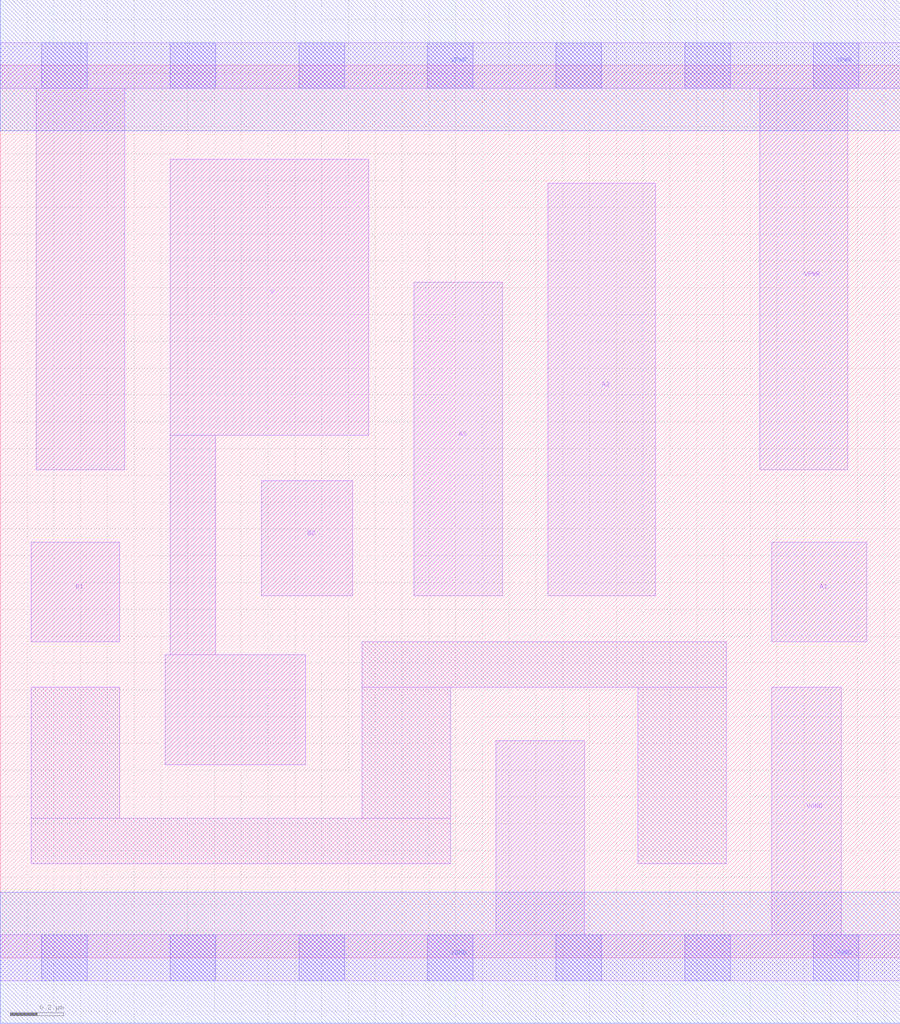
<source format=lef>
# Copyright 2020 The SkyWater PDK Authors
#
# Licensed under the Apache License, Version 2.0 (the "License");
# you may not use this file except in compliance with the License.
# You may obtain a copy of the License at
#
#     https://www.apache.org/licenses/LICENSE-2.0
#
# Unless required by applicable law or agreed to in writing, software
# distributed under the License is distributed on an "AS IS" BASIS,
# WITHOUT WARRANTIES OR CONDITIONS OF ANY KIND, either express or implied.
# See the License for the specific language governing permissions and
# limitations under the License.
#
# SPDX-License-Identifier: Apache-2.0

VERSION 5.7 ;
  NAMESCASESENSITIVE ON ;
  NOWIREEXTENSIONATPIN ON ;
  DIVIDERCHAR "/" ;
  BUSBITCHARS "[]" ;
UNITS
  DATABASE MICRONS 200 ;
END UNITS
MACRO sky130_fd_sc_ms__o32ai_1
  CLASS CORE ;
  SOURCE USER ;
  FOREIGN sky130_fd_sc_ms__o32ai_1 ;
  ORIGIN  0.000000  0.000000 ;
  SIZE  3.360000 BY  3.330000 ;
  SYMMETRY X Y ;
  SITE unit ;
  PIN A1
    ANTENNAGATEAREA  0.312600 ;
    DIRECTION INPUT ;
    USE SIGNAL ;
    PORT
      LAYER li1 ;
        RECT 2.880000 1.180000 3.235000 1.550000 ;
    END
  END A1
  PIN A2
    ANTENNAGATEAREA  0.312600 ;
    DIRECTION INPUT ;
    USE SIGNAL ;
    PORT
      LAYER li1 ;
        RECT 2.045000 1.350000 2.445000 2.890000 ;
    END
  END A2
  PIN A3
    ANTENNAGATEAREA  0.312600 ;
    DIRECTION INPUT ;
    USE SIGNAL ;
    PORT
      LAYER li1 ;
        RECT 1.545000 1.350000 1.875000 2.520000 ;
    END
  END A3
  PIN B1
    ANTENNAGATEAREA  0.312600 ;
    DIRECTION INPUT ;
    USE SIGNAL ;
    PORT
      LAYER li1 ;
        RECT 0.115000 1.180000 0.445000 1.550000 ;
    END
  END B1
  PIN B2
    ANTENNAGATEAREA  0.312600 ;
    DIRECTION INPUT ;
    USE SIGNAL ;
    PORT
      LAYER li1 ;
        RECT 0.975000 1.350000 1.315000 1.780000 ;
    END
  END B2
  PIN Y
    ANTENNADIFFAREA  0.959300 ;
    DIRECTION OUTPUT ;
    USE SIGNAL ;
    PORT
      LAYER li1 ;
        RECT 0.615000 0.720000 1.140000 1.130000 ;
        RECT 0.635000 1.130000 0.805000 1.950000 ;
        RECT 0.635000 1.950000 1.375000 2.980000 ;
    END
  END Y
  PIN VGND
    DIRECTION INOUT ;
    USE GROUND ;
    PORT
      LAYER li1 ;
        RECT 0.000000 -0.085000 3.360000 0.085000 ;
        RECT 1.850000  0.085000 2.180000 0.810000 ;
        RECT 2.880000  0.085000 3.140000 1.010000 ;
      LAYER mcon ;
        RECT 0.155000 -0.085000 0.325000 0.085000 ;
        RECT 0.635000 -0.085000 0.805000 0.085000 ;
        RECT 1.115000 -0.085000 1.285000 0.085000 ;
        RECT 1.595000 -0.085000 1.765000 0.085000 ;
        RECT 2.075000 -0.085000 2.245000 0.085000 ;
        RECT 2.555000 -0.085000 2.725000 0.085000 ;
        RECT 3.035000 -0.085000 3.205000 0.085000 ;
      LAYER met1 ;
        RECT 0.000000 -0.245000 3.360000 0.245000 ;
    END
  END VGND
  PIN VPWR
    DIRECTION INOUT ;
    USE POWER ;
    PORT
      LAYER li1 ;
        RECT 0.000000 3.245000 3.360000 3.415000 ;
        RECT 0.135000 1.820000 0.465000 3.245000 ;
        RECT 2.835000 1.820000 3.165000 3.245000 ;
      LAYER mcon ;
        RECT 0.155000 3.245000 0.325000 3.415000 ;
        RECT 0.635000 3.245000 0.805000 3.415000 ;
        RECT 1.115000 3.245000 1.285000 3.415000 ;
        RECT 1.595000 3.245000 1.765000 3.415000 ;
        RECT 2.075000 3.245000 2.245000 3.415000 ;
        RECT 2.555000 3.245000 2.725000 3.415000 ;
        RECT 3.035000 3.245000 3.205000 3.415000 ;
      LAYER met1 ;
        RECT 0.000000 3.085000 3.360000 3.575000 ;
    END
  END VPWR
  OBS
    LAYER li1 ;
      RECT 0.115000 0.350000 1.680000 0.520000 ;
      RECT 0.115000 0.520000 0.445000 1.010000 ;
      RECT 1.350000 0.520000 1.680000 1.010000 ;
      RECT 1.350000 1.010000 2.710000 1.180000 ;
      RECT 2.380000 0.350000 2.710000 1.010000 ;
  END
END sky130_fd_sc_ms__o32ai_1

</source>
